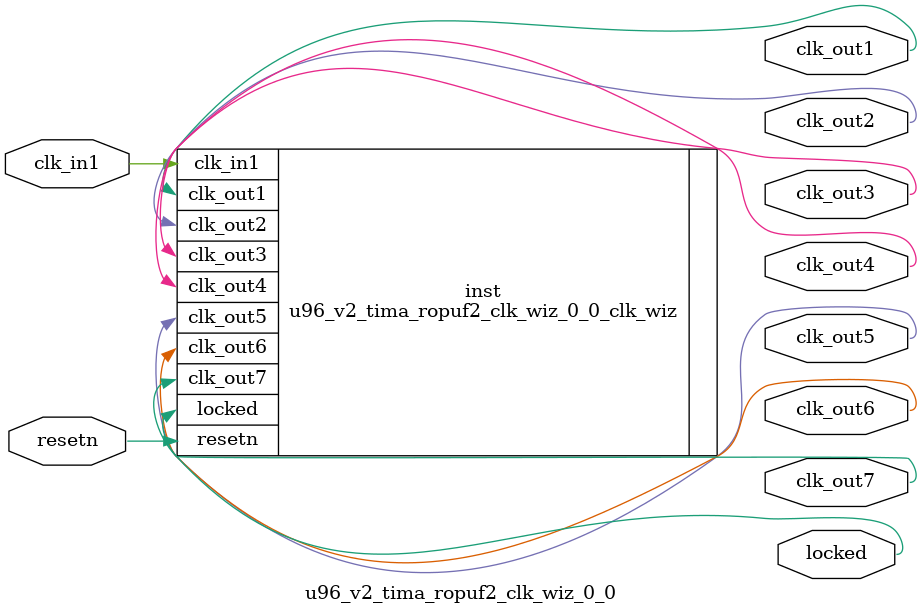
<source format=v>


`timescale 1ps/1ps

(* CORE_GENERATION_INFO = "u96_v2_tima_ropuf2_clk_wiz_0_0,clk_wiz_v6_0_6_0_0,{component_name=u96_v2_tima_ropuf2_clk_wiz_0_0,use_phase_alignment=false,use_min_o_jitter=false,use_max_i_jitter=false,use_dyn_phase_shift=false,use_inclk_switchover=false,use_dyn_reconfig=false,enable_axi=0,feedback_source=FDBK_AUTO,PRIMITIVE=MMCM,num_out_clk=7,clkin1_period=10.000,clkin2_period=10.000,use_power_down=false,use_reset=true,use_locked=true,use_inclk_stopped=false,feedback_type=SINGLE,CLOCK_MGR_TYPE=NA,manual_override=false}" *)

module u96_v2_tima_ropuf2_clk_wiz_0_0 
 (
  // Clock out ports
  output        clk_out1,
  output        clk_out2,
  output        clk_out3,
  output        clk_out4,
  output        clk_out5,
  output        clk_out6,
  output        clk_out7,
  // Status and control signals
  input         resetn,
  output        locked,
 // Clock in ports
  input         clk_in1
 );

  u96_v2_tima_ropuf2_clk_wiz_0_0_clk_wiz inst
  (
  // Clock out ports  
  .clk_out1(clk_out1),
  .clk_out2(clk_out2),
  .clk_out3(clk_out3),
  .clk_out4(clk_out4),
  .clk_out5(clk_out5),
  .clk_out6(clk_out6),
  .clk_out7(clk_out7),
  // Status and control signals               
  .resetn(resetn), 
  .locked(locked),
 // Clock in ports
  .clk_in1(clk_in1)
  );

endmodule

</source>
